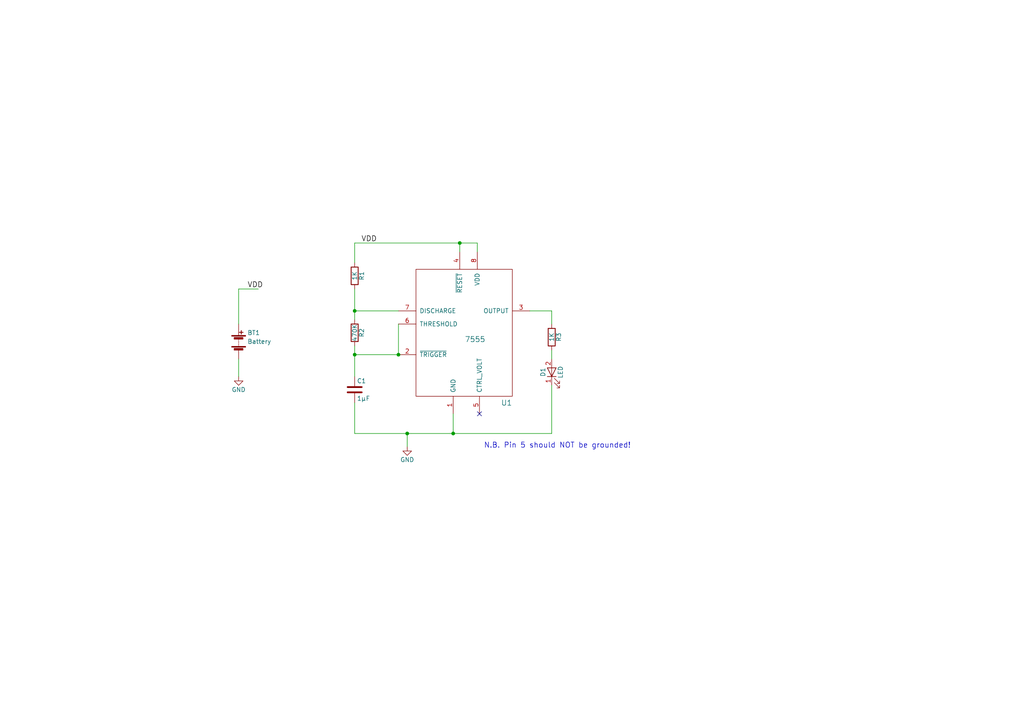
<source format=kicad_sch>
(kicad_sch (version 20230121) (generator eeschema)
  (paper "A4")
  (lib_symbols
    (symbol "GTB:7555" (pin_names (offset 1.016))
      (property "Reference" "U" (at 13.97 -20.32 0))
      (property "Value" "7555" (at 3.175 -1.905 0))
      (symbol "7555_0_1"
        (rectangle (start -13.97 18.415) (end 13.97 -18.415))
      )
      (symbol "7555_1_1"
        (pin input line (at -3.175 -23.495 90) (length 5.08) (name "GND") (number "1"))
        (pin input line (at -19.05 -6.35 0) (length 5.08) (name "~{TRIGGER}") (number "2"))
        (pin input line (at 19.05 6.35 180) (length 5.08) (name "OUTPUT") (number "3"))
        (pin input line (at -1.27 23.495 270) (length 5.08) (name "~{RESET}") (number "4"))
        (pin input line (at 4.445 -23.495 90) (length 5.08) (name "CTRL_VOLT") (number "5"))
        (pin input line (at -19.05 2.54 0) (length 5.08) (name "THRESHOLD") (number "6"))
        (pin input line (at -19.05 6.35 0) (length 5.08) (name "DISCHARGE") (number "7"))
        (pin input line (at 3.81 23.495 270) (length 5.08) (name "VDD") (number "8"))
      )
    )
    (symbol "GTB:C" (pin_numbers hide) (pin_names (offset 0.254))
      (property "Reference" "C" (at 0.635 2.54 0))
      (property "Value" "C" (at 0.635 -2.54 0))
      (symbol "C_0_1"
        (polyline (pts (xy -2.032 -0.762) (xy 2.032 -0.762)) (stroke (width 0.508)))
        (polyline (pts (xy -2.032 0.762) (xy 2.032 0.762)) (stroke (width 0.508)))
      )
      (symbol "C_1_1"
        (pin passive line (at 0 3.81 270) (length 2.794) (name "~") (number "1"))
        (pin passive line (at 0 -3.81 90) (length 2.794) (name "~") (number "2"))
      )
    )
    (symbol "GettingToBlinky-rescue:Battery" (pin_numbers hide) (pin_names (offset 0) hide)
      (property "Reference" "BT" (at 2.54 2.54 0))
      (property "Value" "Battery" (at 2.54 0 0))
      (symbol "Battery_0_1"
        (rectangle (start -2.032 -1.397) (end 2.032 -1.651) (fill (type outline)))
        (rectangle (start -2.032 1.778) (end 2.032 1.524) (fill (type outline)))
        (rectangle (start -1.3208 -1.9812) (end 1.27 -2.4892) (fill (type outline)))
        (rectangle (start -1.3208 1.1938) (end 1.27 0.6858) (fill (type outline)))
        (polyline (pts (xy 0 -1.524) (xy 0 -1.27)))
        (polyline (pts (xy 0 -1.016) (xy 0 -0.762)))
        (polyline (pts (xy 0 -0.508) (xy 0 -0.254)))
        (polyline (pts (xy 0 0) (xy 0 0.254)))
        (polyline (pts (xy 0 0.508) (xy 0 0.762)))
        (polyline (pts (xy 0 1.778) (xy 0 2.54)))
        (polyline (pts (xy 0.254 2.667) (xy 1.27 2.667)) (stroke (width 0.254)))
        (polyline (pts (xy 0.762 3.175) (xy 0.762 2.159)) (stroke (width 0.254)))
      )
      (symbol "Battery_1_1"
        (pin passive line (at 0 5.08 270) (length 2.54) (name "+") (number "1"))
        (pin passive line (at 0 -5.08 90) (length 2.54) (name "-") (number "2"))
      )
    )
    (symbol "GettingToBlinky-rescue:GND" (power) (pin_names (offset 0))
      (property "Value" "GND" (at 0 -3.81 0))
      (symbol "GND_0_1"
        (polyline (pts (xy 0 0) (xy 0 -1.27) (xy 1.27 -1.27) (xy 0 -2.54) (xy -1.27 -1.27) (xy 0 -1.27)))
      )
      (symbol "GND_1_1"
        (pin power_in line (at 0 0 270) (length 0) hide (name "GND") (number "1"))
      )
    )
    (symbol "GettingToBlinky-rescue:LED" (pin_names (offset 1.016) hide)
      (property "Reference" "D" (at 0 2.54 0))
      (property "Value" "LED" (at 0 -2.54 0))
      (symbol "LED_0_1"
        (polyline (pts (xy -1.27 -1.27) (xy -1.27 1.27)) (stroke (width 0.2032)))
        (polyline (pts (xy -1.27 0) (xy 1.27 0)))
        (polyline (pts (xy 1.27 -1.27) (xy 1.27 1.27) (xy -1.27 0) (xy 1.27 -1.27)) (stroke (width 0.2032)))
        (polyline (pts (xy -3.048 -0.762) (xy -4.572 -2.286) (xy -3.81 -2.286) (xy -4.572 -2.286) (xy -4.572 -1.524)))
        (polyline (pts (xy -1.778 -0.762) (xy -3.302 -2.286) (xy -2.54 -2.286) (xy -3.302 -2.286) (xy -3.302 -1.524)))
      )
      (symbol "LED_1_1"
        (pin passive line (at -3.81 0 0) (length 2.54) (name "K") (number "1"))
        (pin passive line (at 3.81 0 180) (length 2.54) (name "A") (number "2"))
      )
    )
    (symbol "GettingToBlinky-rescue:R" (pin_numbers hide) (pin_names (offset 0))
      (property "Reference" "R" (at 2.032 0 90))
      (property "Value" "R" (at 0 0 90))
      (symbol "R_0_1"
        (rectangle (start -1.016 -2.54) (end 1.016 2.54) (stroke (width 0.254)))
      )
      (symbol "R_1_1"
        (pin passive line (at 0 3.81 270) (length 1.27) (name "~") (number "1"))
        (pin passive line (at 0 -3.81 90) (length 1.27) (name "~") (number "2"))
      )
    )
  )
  (junction (at 115.57 102.87))
  (junction (at 133.35 70.485))
  (junction (at 102.87 90.17))
  (junction (at 131.445 125.73))
  (junction (at 118.11 125.73))
  (junction (at 102.87 102.87))
  (no_connect (at 139.065 120.015))
  (wire (pts (xy 115.57 90.17) (xy 102.87 90.17)))
  (wire (pts (xy 153.67 90.17) (xy 160.02 90.17)))
  (wire (pts (xy 131.445 125.73) (xy 131.445 120.015)))
  (wire (pts (xy 69.215 104.14) (xy 69.215 109.22)))
  (wire (pts (xy 133.35 70.485) (xy 138.43 70.485)))
  (wire (pts (xy 102.87 100.33) (xy 102.87 102.87)))
  (wire (pts (xy 102.87 83.82) (xy 102.87 90.17)))
  (wire (pts (xy 102.87 125.73) (xy 118.11 125.73)))
  (wire (pts (xy 131.445 125.73) (xy 160.02 125.73)))
  (wire (pts (xy 115.57 102.87) (xy 102.87 102.87)))
  (wire (pts (xy 102.87 70.485) (xy 133.35 70.485)))
  (wire (pts (xy 115.57 93.98) (xy 115.57 102.87)))
  (wire (pts (xy 160.02 90.17) (xy 160.02 93.98)))
  (wire (pts (xy 102.87 102.87) (xy 102.87 109.22)))
  (wire (pts (xy 118.11 125.73) (xy 131.445 125.73)))
  (wire (pts (xy 160.02 101.6) (xy 160.02 104.14)))
  (wire (pts (xy 160.02 125.73) (xy 160.02 111.76)))
  (wire (pts (xy 102.87 116.84) (xy 102.87 125.73)))
  (wire (pts (xy 118.11 125.73) (xy 118.11 129.54)))
  (wire (pts (xy 133.35 73.025) (xy 133.35 70.485)))
  (wire (pts (xy 102.87 90.17) (xy 102.87 92.71)))
  (wire (pts (xy 138.43 70.485) (xy 138.43 73.025)))
  (wire (pts (xy 102.87 70.485) (xy 102.87 76.2)))
  (wire (pts (xy 69.215 83.82) (xy 69.215 93.98)))
  (wire (pts (xy 69.215 83.82) (xy 74.93 83.82)))
  (text "N.B. Pin 5 should NOT be grounded!" (at 140.335 130.175 0) (effects (font (size 1.524 1.524)) (justify left bottom)))
  (label "VDD" (at 104.775 70.485 0) (effects (font (size 1.524 1.524))))
  (label "VDD" (at 71.755 83.82 0) (effects (font (size 1.524 1.524))))
  (symbol (lib_id "GTB:7555") (at 134.62 96.52 0) (unit 1)
    (property "Reference" "U1" (at 148.59 116.84 0) (effects (font (size 1.524 1.524)) (justify right)))
    (property "Value" "7555" (at 137.795 98.425 0) (effects (font (size 1.524 1.524))))
    (property "Footprint" "Housings_SOIC:SOIC-8_3.9x4.9mm_Pitch1.27mm" (effects hide))
  )
  (symbol (lib_id "GettingToBlinky-rescue:R") (at 102.87 80.01 0) (unit 1)
    (property "Reference" "R1" (at 104.902 80.01 90))
    (property "Value" "1K" (at 102.87 80.01 90))
    (property "Footprint" "Resistors_SMD:R_0805_HandSoldering" (effects hide))
  )
  (symbol (lib_id "GettingToBlinky-rescue:R") (at 102.87 96.52 0) (unit 1)
    (property "Reference" "R2" (at 104.902 96.52 90))
    (property "Value" "470K" (at 102.87 96.52 90))
    (property "Footprint" "Resistors_SMD:R_0805_HandSoldering" (effects hide))
  )
  (symbol (lib_id "GettingToBlinky-rescue:R") (at 160.02 97.79 0) (unit 1)
    (property "Reference" "R3" (at 162.052 97.79 90))
    (property "Value" "1K" (at 160.02 97.79 90))
    (property "Footprint" "Resistors_SMD:R_0805_HandSoldering" (effects hide))
  )
  (symbol (lib_id "GTB:C") (at 102.87 113.03 0) (unit 1)
    (property "Reference" "C1" (at 103.505 110.49 0) (effects (justify left)))
    (property "Value" "1µF" (at 103.505 115.57 0) (effects (justify left)))
    (property "Footprint" "Capacitors_SMD:C_1206_HandSoldering" (effects hide))
  )
  (symbol (lib_id "GettingToBlinky-rescue:LED") (at 160.02 107.95 90) (unit 1)
    (property "Reference" "D1" (at 157.48 107.95 0))
    (property "Value" "LED" (at 162.56 107.95 0))
    (property "Footprint" "LEDs:LED-3MM" (effects hide))
  )
  (symbol (lib_id "GettingToBlinky-rescue:GND") (at 118.11 129.54 0) (unit 1)
    (property "Reference" "#PWR01" (effects hide))
    (property "Value" "GND" (at 118.11 133.35 0))
  )
  (symbol (lib_id "GettingToBlinky-rescue:Battery") (at 69.215 99.06 0) (unit 1)
    (property "Reference" "BT1" (at 71.755 96.52 0) (effects (justify left)))
    (property "Value" "Battery" (at 71.755 99.06 0) (effects (justify left)))
    (property "Footprint" "GTB:BatteryHolder" (effects hide))
  )
  (symbol (lib_id "GettingToBlinky-rescue:GND") (at 69.215 109.22 0) (unit 1)
    (property "Reference" "#PWR02" (effects hide))
    (property "Value" "GND" (at 69.215 113.03 0))
  )
)
</source>
